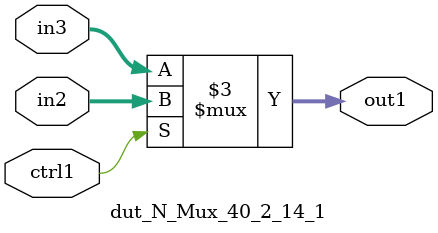
<source format=v>

`timescale 1ps / 1ps


module dut_N_Mux_40_2_14_1( in3, in2, ctrl1, out1 );

    input [39:0] in3;
    input [39:0] in2;
    input ctrl1;
    output [39:0] out1;
    reg [39:0] out1;

    
    // rtl_process:dut_N_Mux_40_2_14_1/dut_N_Mux_40_2_14_1_thread_1
    always @*
      begin : dut_N_Mux_40_2_14_1_thread_1
        case (ctrl1) 
          1'b1: 
            begin
              out1 = in2;
            end
          default: 
            begin
              out1 = in3;
            end
        endcase
      end

endmodule




</source>
